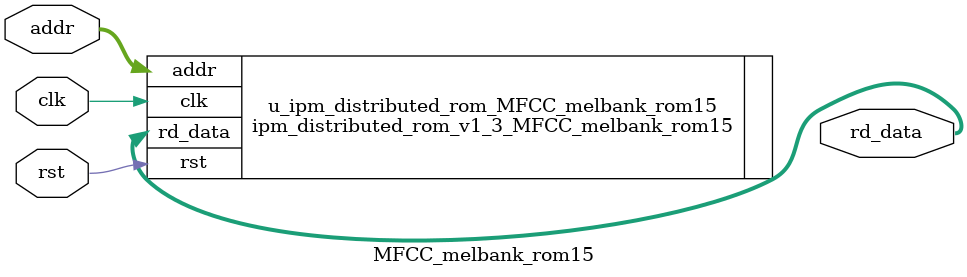
<source format=v>


`timescale 1 ns / 1 ps
module MFCC_melbank_rom15
    (
     addr        ,
     rst         ,
     clk         ,
     rd_data
    );

    localparam ADDR_WIDTH = 9 ; //@IPC int 4,10

    localparam DATA_WIDTH = 8 ; //@IPC int 1,256

    localparam RST_TYPE = "ASYNC" ; //@IPC enum ASYNC,SYNC

    localparam OUT_REG = 0 ; //@IPC bool

    localparam INIT_ENABLE = 1 ; //@IPC bool

    localparam INIT_FILE = "D:/PDS_FPGA/Audio_test/ipcore/MFCC_melbank_rom15/rtl/output14_MFCC_melbank_rom15.dat" ; //@IPC string

    localparam FILE_FORMAT = "BIN" ; //@IPC enum BIN,HEX


     output   wire  [DATA_WIDTH-1:0]       rd_data ;
     input    wire  [ADDR_WIDTH-1:0]       addr    ;
     input                                 clk     ;
     input                                 rst     ;

ipm_distributed_rom_v1_3_MFCC_melbank_rom15
   #(
     .ADDR_WIDTH    (ADDR_WIDTH     ), //address width   range:4-10
     .DATA_WIDTH    (DATA_WIDTH     ), //data width      range:4-256
     .RST_TYPE      (RST_TYPE       ), //reset type   "ASYNC_RESET" "SYNC_RESET"
     .OUT_REG       (OUT_REG        ), //output options :non_register(0)  register(1)
     .INIT_FILE     (INIT_FILE      ), //legal value:"NONE" or "initial file name"
     .FILE_FORMAT   (FILE_FORMAT    )  //initial data format : "bin" or "hex"
    )u_ipm_distributed_rom_MFCC_melbank_rom15
    (
     .rd_data       (rd_data        ),
     .addr          (addr           ),
     .clk           (clk            ),
     .rst           (rst            )

    );
endmodule

</source>
